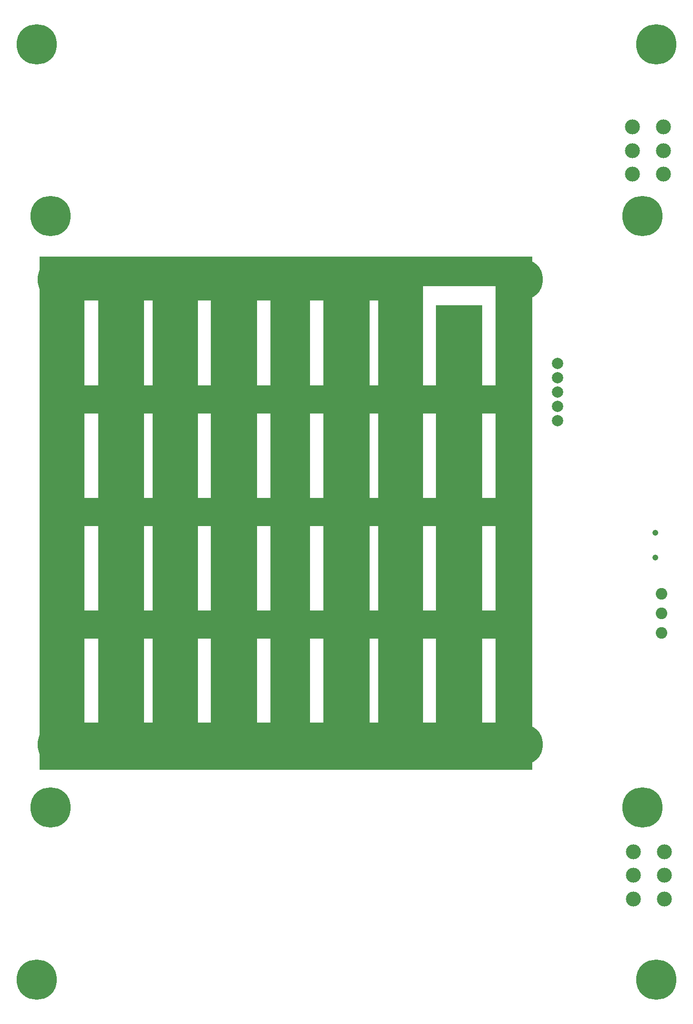
<source format=gbs>
%FSLAX44Y44*%
%MOMM*%
G71*
G01*
G75*
G04 Layer_Color=16711935*
%ADD10C,0.5000*%
G04:AMPARAMS|DCode=11|XSize=1mm|YSize=0.95mm|CornerRadius=0.1995mm|HoleSize=0mm|Usage=FLASHONLY|Rotation=180.000|XOffset=0mm|YOffset=0mm|HoleType=Round|Shape=RoundedRectangle|*
%AMROUNDEDRECTD11*
21,1,1.0000,0.5510,0,0,180.0*
21,1,0.6010,0.9500,0,0,180.0*
1,1,0.3990,-0.3005,0.2755*
1,1,0.3990,0.3005,0.2755*
1,1,0.3990,0.3005,-0.2755*
1,1,0.3990,-0.3005,-0.2755*
%
%ADD11ROUNDEDRECTD11*%
G04:AMPARAMS|DCode=12|XSize=1mm|YSize=0.95mm|CornerRadius=0.1995mm|HoleSize=0mm|Usage=FLASHONLY|Rotation=270.000|XOffset=0mm|YOffset=0mm|HoleType=Round|Shape=RoundedRectangle|*
%AMROUNDEDRECTD12*
21,1,1.0000,0.5510,0,0,270.0*
21,1,0.6010,0.9500,0,0,270.0*
1,1,0.3990,-0.2755,-0.3005*
1,1,0.3990,-0.2755,0.3005*
1,1,0.3990,0.2755,0.3005*
1,1,0.3990,0.2755,-0.3005*
%
%ADD12ROUNDEDRECTD12*%
G04:AMPARAMS|DCode=13|XSize=2.7mm|YSize=1.15mm|CornerRadius=0.2013mm|HoleSize=0mm|Usage=FLASHONLY|Rotation=270.000|XOffset=0mm|YOffset=0mm|HoleType=Round|Shape=RoundedRectangle|*
%AMROUNDEDRECTD13*
21,1,2.7000,0.7475,0,0,270.0*
21,1,2.2975,1.1500,0,0,270.0*
1,1,0.4025,-0.3738,-1.1487*
1,1,0.4025,-0.3738,1.1487*
1,1,0.4025,0.3738,1.1487*
1,1,0.4025,0.3738,-1.1487*
%
%ADD13ROUNDEDRECTD13*%
G04:AMPARAMS|DCode=14|XSize=1.45mm|YSize=1.15mm|CornerRadius=0.2013mm|HoleSize=0mm|Usage=FLASHONLY|Rotation=90.000|XOffset=0mm|YOffset=0mm|HoleType=Round|Shape=RoundedRectangle|*
%AMROUNDEDRECTD14*
21,1,1.4500,0.7475,0,0,90.0*
21,1,1.0475,1.1500,0,0,90.0*
1,1,0.4025,0.3738,0.5238*
1,1,0.4025,0.3738,-0.5238*
1,1,0.4025,-0.3738,-0.5238*
1,1,0.4025,-0.3738,0.5238*
%
%ADD14ROUNDEDRECTD14*%
G04:AMPARAMS|DCode=15|XSize=0.62mm|YSize=0.62mm|CornerRadius=0.1488mm|HoleSize=0mm|Usage=FLASHONLY|Rotation=180.000|XOffset=0mm|YOffset=0mm|HoleType=Round|Shape=RoundedRectangle|*
%AMROUNDEDRECTD15*
21,1,0.6200,0.3224,0,0,180.0*
21,1,0.3224,0.6200,0,0,180.0*
1,1,0.2976,-0.1612,0.1612*
1,1,0.2976,0.1612,0.1612*
1,1,0.2976,0.1612,-0.1612*
1,1,0.2976,-0.1612,-0.1612*
%
%ADD15ROUNDEDRECTD15*%
G04:AMPARAMS|DCode=16|XSize=2.7mm|YSize=1.15mm|CornerRadius=0.2013mm|HoleSize=0mm|Usage=FLASHONLY|Rotation=0.000|XOffset=0mm|YOffset=0mm|HoleType=Round|Shape=RoundedRectangle|*
%AMROUNDEDRECTD16*
21,1,2.7000,0.7475,0,0,0.0*
21,1,2.2975,1.1500,0,0,0.0*
1,1,0.4025,1.1487,-0.3738*
1,1,0.4025,-1.1487,-0.3738*
1,1,0.4025,-1.1487,0.3738*
1,1,0.4025,1.1487,0.3738*
%
%ADD16ROUNDEDRECTD16*%
G04:AMPARAMS|DCode=17|XSize=1.45mm|YSize=1.15mm|CornerRadius=0.2013mm|HoleSize=0mm|Usage=FLASHONLY|Rotation=0.000|XOffset=0mm|YOffset=0mm|HoleType=Round|Shape=RoundedRectangle|*
%AMROUNDEDRECTD17*
21,1,1.4500,0.7475,0,0,0.0*
21,1,1.0475,1.1500,0,0,0.0*
1,1,0.4025,0.5238,-0.3738*
1,1,0.4025,-0.5238,-0.3738*
1,1,0.4025,-0.5238,0.3738*
1,1,0.4025,0.5238,0.3738*
%
%ADD17ROUNDEDRECTD17*%
G04:AMPARAMS|DCode=18|XSize=1.2mm|YSize=1.2mm|CornerRadius=0.198mm|HoleSize=0mm|Usage=FLASHONLY|Rotation=180.000|XOffset=0mm|YOffset=0mm|HoleType=Round|Shape=RoundedRectangle|*
%AMROUNDEDRECTD18*
21,1,1.2000,0.8040,0,0,180.0*
21,1,0.8040,1.2000,0,0,180.0*
1,1,0.3960,-0.4020,0.4020*
1,1,0.3960,0.4020,0.4020*
1,1,0.3960,0.4020,-0.4020*
1,1,0.3960,-0.4020,-0.4020*
%
%ADD18ROUNDEDRECTD18*%
G04:AMPARAMS|DCode=19|XSize=1.45mm|YSize=0.5mm|CornerRadius=0.2mm|HoleSize=0mm|Usage=FLASHONLY|Rotation=270.000|XOffset=0mm|YOffset=0mm|HoleType=Round|Shape=RoundedRectangle|*
%AMROUNDEDRECTD19*
21,1,1.4500,0.1000,0,0,270.0*
21,1,1.0500,0.5000,0,0,270.0*
1,1,0.4000,-0.0500,-0.5250*
1,1,0.4000,-0.0500,0.5250*
1,1,0.4000,0.0500,0.5250*
1,1,0.4000,0.0500,-0.5250*
%
%ADD19ROUNDEDRECTD19*%
G04:AMPARAMS|DCode=20|XSize=2.5mm|YSize=1.7mm|CornerRadius=0.204mm|HoleSize=0mm|Usage=FLASHONLY|Rotation=0.000|XOffset=0mm|YOffset=0mm|HoleType=Round|Shape=RoundedRectangle|*
%AMROUNDEDRECTD20*
21,1,2.5000,1.2920,0,0,0.0*
21,1,2.0920,1.7000,0,0,0.0*
1,1,0.4080,1.0460,-0.6460*
1,1,0.4080,-1.0460,-0.6460*
1,1,0.4080,-1.0460,0.6460*
1,1,0.4080,1.0460,0.6460*
%
%ADD20ROUNDEDRECTD20*%
G04:AMPARAMS|DCode=21|XSize=0.65mm|YSize=0.5mm|CornerRadius=0.2mm|HoleSize=0mm|Usage=FLASHONLY|Rotation=180.000|XOffset=0mm|YOffset=0mm|HoleType=Round|Shape=RoundedRectangle|*
%AMROUNDEDRECTD21*
21,1,0.6500,0.1000,0,0,180.0*
21,1,0.2500,0.5000,0,0,180.0*
1,1,0.4000,-0.1250,0.0500*
1,1,0.4000,0.1250,0.0500*
1,1,0.4000,0.1250,-0.0500*
1,1,0.4000,-0.1250,-0.0500*
%
%ADD21ROUNDEDRECTD21*%
G04:AMPARAMS|DCode=22|XSize=3.3mm|YSize=2.5mm|CornerRadius=0.2mm|HoleSize=0mm|Usage=FLASHONLY|Rotation=270.000|XOffset=0mm|YOffset=0mm|HoleType=Round|Shape=RoundedRectangle|*
%AMROUNDEDRECTD22*
21,1,3.3000,2.1000,0,0,270.0*
21,1,2.9000,2.5000,0,0,270.0*
1,1,0.4000,-1.0500,-1.4500*
1,1,0.4000,-1.0500,1.4500*
1,1,0.4000,1.0500,1.4500*
1,1,0.4000,1.0500,-1.4500*
%
%ADD22ROUNDEDRECTD22*%
%ADD23C,1.0000*%
G04:AMPARAMS|DCode=24|XSize=2.5mm|YSize=2mm|CornerRadius=0.2mm|HoleSize=0mm|Usage=FLASHONLY|Rotation=180.000|XOffset=0mm|YOffset=0mm|HoleType=Round|Shape=RoundedRectangle|*
%AMROUNDEDRECTD24*
21,1,2.5000,1.6000,0,0,180.0*
21,1,2.1000,2.0000,0,0,180.0*
1,1,0.4000,-1.0500,0.8000*
1,1,0.4000,1.0500,0.8000*
1,1,0.4000,1.0500,-0.8000*
1,1,0.4000,-1.0500,-0.8000*
%
%ADD24ROUNDEDRECTD24*%
G04:AMPARAMS|DCode=25|XSize=2.3mm|YSize=0.5mm|CornerRadius=0.2mm|HoleSize=0mm|Usage=FLASHONLY|Rotation=180.000|XOffset=0mm|YOffset=0mm|HoleType=Round|Shape=RoundedRectangle|*
%AMROUNDEDRECTD25*
21,1,2.3000,0.1000,0,0,180.0*
21,1,1.9000,0.5000,0,0,180.0*
1,1,0.4000,-0.9500,0.0500*
1,1,0.4000,0.9500,0.0500*
1,1,0.4000,0.9500,-0.0500*
1,1,0.4000,-0.9500,-0.0500*
%
%ADD25ROUNDEDRECTD25*%
G04:AMPARAMS|DCode=26|XSize=5.1mm|YSize=4.35mm|CornerRadius=0.1958mm|HoleSize=0mm|Usage=FLASHONLY|Rotation=270.000|XOffset=0mm|YOffset=0mm|HoleType=Round|Shape=RoundedRectangle|*
%AMROUNDEDRECTD26*
21,1,5.1000,3.9585,0,0,270.0*
21,1,4.7085,4.3500,0,0,270.0*
1,1,0.3915,-1.9792,-2.3542*
1,1,0.3915,-1.9792,2.3542*
1,1,0.3915,1.9792,2.3542*
1,1,0.3915,1.9792,-2.3542*
%
%ADD26ROUNDEDRECTD26*%
%ADD27O,0.6000X1.4000*%
%ADD28O,1.4000X0.6000*%
G04:AMPARAMS|DCode=29|XSize=1.05mm|YSize=0.65mm|CornerRadius=0.2015mm|HoleSize=0mm|Usage=FLASHONLY|Rotation=270.000|XOffset=0mm|YOffset=0mm|HoleType=Round|Shape=RoundedRectangle|*
%AMROUNDEDRECTD29*
21,1,1.0500,0.2470,0,0,270.0*
21,1,0.6470,0.6500,0,0,270.0*
1,1,0.4030,-0.1235,-0.3235*
1,1,0.4030,-0.1235,0.3235*
1,1,0.4030,0.1235,0.3235*
1,1,0.4030,0.1235,-0.3235*
%
%ADD29ROUNDEDRECTD29*%
G04:AMPARAMS|DCode=30|XSize=1mm|YSize=0.9mm|CornerRadius=0.198mm|HoleSize=0mm|Usage=FLASHONLY|Rotation=270.000|XOffset=0mm|YOffset=0mm|HoleType=Round|Shape=RoundedRectangle|*
%AMROUNDEDRECTD30*
21,1,1.0000,0.5040,0,0,270.0*
21,1,0.6040,0.9000,0,0,270.0*
1,1,0.3960,-0.2520,-0.3020*
1,1,0.3960,-0.2520,0.3020*
1,1,0.3960,0.2520,0.3020*
1,1,0.3960,0.2520,-0.3020*
%
%ADD30ROUNDEDRECTD30*%
G04:AMPARAMS|DCode=31|XSize=1mm|YSize=0.9mm|CornerRadius=0.198mm|HoleSize=0mm|Usage=FLASHONLY|Rotation=180.000|XOffset=0mm|YOffset=0mm|HoleType=Round|Shape=RoundedRectangle|*
%AMROUNDEDRECTD31*
21,1,1.0000,0.5040,0,0,180.0*
21,1,0.6040,0.9000,0,0,180.0*
1,1,0.3960,-0.3020,0.2520*
1,1,0.3960,0.3020,0.2520*
1,1,0.3960,0.3020,-0.2520*
1,1,0.3960,-0.3020,-0.2520*
%
%ADD31ROUNDEDRECTD31*%
G04:AMPARAMS|DCode=32|XSize=1.75mm|YSize=1.05mm|CornerRadius=0.1995mm|HoleSize=0mm|Usage=FLASHONLY|Rotation=270.000|XOffset=0mm|YOffset=0mm|HoleType=Round|Shape=RoundedRectangle|*
%AMROUNDEDRECTD32*
21,1,1.7500,0.6510,0,0,270.0*
21,1,1.3510,1.0500,0,0,270.0*
1,1,0.3990,-0.3255,-0.6755*
1,1,0.3990,-0.3255,0.6755*
1,1,0.3990,0.3255,0.6755*
1,1,0.3990,0.3255,-0.6755*
%
%ADD32ROUNDEDRECTD32*%
G04:AMPARAMS|DCode=33|XSize=1.75mm|YSize=1.05mm|CornerRadius=0.1995mm|HoleSize=0mm|Usage=FLASHONLY|Rotation=180.000|XOffset=0mm|YOffset=0mm|HoleType=Round|Shape=RoundedRectangle|*
%AMROUNDEDRECTD33*
21,1,1.7500,0.6510,0,0,180.0*
21,1,1.3510,1.0500,0,0,180.0*
1,1,0.3990,-0.6755,0.3255*
1,1,0.3990,0.6755,0.3255*
1,1,0.3990,0.6755,-0.3255*
1,1,0.3990,-0.6755,-0.3255*
%
%ADD33ROUNDEDRECTD33*%
G04:AMPARAMS|DCode=34|XSize=1.1mm|YSize=0.55mm|CornerRadius=0.2008mm|HoleSize=0mm|Usage=FLASHONLY|Rotation=180.000|XOffset=0mm|YOffset=0mm|HoleType=Round|Shape=RoundedRectangle|*
%AMROUNDEDRECTD34*
21,1,1.1000,0.1485,0,0,180.0*
21,1,0.6985,0.5500,0,0,180.0*
1,1,0.4015,-0.3493,0.0743*
1,1,0.4015,0.3493,0.0743*
1,1,0.4015,0.3493,-0.0743*
1,1,0.4015,-0.3493,-0.0743*
%
%ADD34ROUNDEDRECTD34*%
%ADD35O,0.6000X1.5500*%
G04:AMPARAMS|DCode=36|XSize=9.1mm|YSize=8.65mm|CornerRadius=0.2163mm|HoleSize=0mm|Usage=FLASHONLY|Rotation=0.000|XOffset=0mm|YOffset=0mm|HoleType=Round|Shape=RoundedRectangle|*
%AMROUNDEDRECTD36*
21,1,9.1000,8.2175,0,0,0.0*
21,1,8.6675,8.6500,0,0,0.0*
1,1,0.4325,4.3338,-4.1087*
1,1,0.4325,-4.3338,-4.1087*
1,1,0.4325,-4.3338,4.1087*
1,1,0.4325,4.3338,4.1087*
%
%ADD36ROUNDEDRECTD36*%
G04:AMPARAMS|DCode=37|XSize=3.75mm|YSize=1.05mm|CornerRadius=0.1995mm|HoleSize=0mm|Usage=FLASHONLY|Rotation=270.000|XOffset=0mm|YOffset=0mm|HoleType=Round|Shape=RoundedRectangle|*
%AMROUNDEDRECTD37*
21,1,3.7500,0.6510,0,0,270.0*
21,1,3.3510,1.0500,0,0,270.0*
1,1,0.3990,-0.3255,-1.6755*
1,1,0.3990,-0.3255,1.6755*
1,1,0.3990,0.3255,1.6755*
1,1,0.3990,0.3255,-1.6755*
%
%ADD37ROUNDEDRECTD37*%
G04:AMPARAMS|DCode=38|XSize=6.45mm|YSize=6mm|CornerRadius=0.21mm|HoleSize=0mm|Usage=FLASHONLY|Rotation=270.000|XOffset=0mm|YOffset=0mm|HoleType=Round|Shape=RoundedRectangle|*
%AMROUNDEDRECTD38*
21,1,6.4500,5.5800,0,0,270.0*
21,1,6.0300,6.0000,0,0,270.0*
1,1,0.4200,-2.7900,-3.0150*
1,1,0.4200,-2.7900,3.0150*
1,1,0.4200,2.7900,3.0150*
1,1,0.4200,2.7900,-3.0150*
%
%ADD38ROUNDEDRECTD38*%
G04:AMPARAMS|DCode=39|XSize=2.85mm|YSize=1mm|CornerRadius=0.2mm|HoleSize=0mm|Usage=FLASHONLY|Rotation=270.000|XOffset=0mm|YOffset=0mm|HoleType=Round|Shape=RoundedRectangle|*
%AMROUNDEDRECTD39*
21,1,2.8500,0.6000,0,0,270.0*
21,1,2.4500,1.0000,0,0,270.0*
1,1,0.4000,-0.3000,-1.2250*
1,1,0.4000,-0.3000,1.2250*
1,1,0.4000,0.3000,1.2250*
1,1,0.4000,0.3000,-1.2250*
%
%ADD39ROUNDEDRECTD39*%
%ADD40O,1.5500X0.6000*%
%ADD41O,0.3000X1.5000*%
%ADD42O,1.5000X0.3000*%
%ADD43O,0.8500X0.2500*%
%ADD44C,0.2000*%
%ADD45R,0.2000X0.5500*%
G04:AMPARAMS|DCode=46|XSize=4.9mm|YSize=1.6mm|CornerRadius=0.2mm|HoleSize=0mm|Usage=FLASHONLY|Rotation=0.000|XOffset=0mm|YOffset=0mm|HoleType=Round|Shape=RoundedRectangle|*
%AMROUNDEDRECTD46*
21,1,4.9000,1.2000,0,0,0.0*
21,1,4.5000,1.6000,0,0,0.0*
1,1,0.4000,2.2500,-0.6000*
1,1,0.4000,-2.2500,-0.6000*
1,1,0.4000,-2.2500,0.6000*
1,1,0.4000,2.2500,0.6000*
%
%ADD46ROUNDEDRECTD46*%
G04:AMPARAMS|DCode=47|XSize=1.75mm|YSize=1.4mm|CornerRadius=0.203mm|HoleSize=0mm|Usage=FLASHONLY|Rotation=90.000|XOffset=0mm|YOffset=0mm|HoleType=Round|Shape=RoundedRectangle|*
%AMROUNDEDRECTD47*
21,1,1.7500,0.9940,0,0,90.0*
21,1,1.3440,1.4000,0,0,90.0*
1,1,0.4060,0.4970,0.6720*
1,1,0.4060,0.4970,-0.6720*
1,1,0.4060,-0.4970,-0.6720*
1,1,0.4060,-0.4970,0.6720*
%
%ADD47ROUNDEDRECTD47*%
G04:AMPARAMS|DCode=48|XSize=1.4mm|YSize=1.2mm|CornerRadius=0.198mm|HoleSize=0mm|Usage=FLASHONLY|Rotation=90.000|XOffset=0mm|YOffset=0mm|HoleType=Round|Shape=RoundedRectangle|*
%AMROUNDEDRECTD48*
21,1,1.4000,0.8040,0,0,90.0*
21,1,1.0040,1.2000,0,0,90.0*
1,1,0.3960,0.4020,0.5020*
1,1,0.3960,0.4020,-0.5020*
1,1,0.3960,-0.4020,-0.5020*
1,1,0.3960,-0.4020,0.5020*
%
%ADD48ROUNDEDRECTD48*%
G04:AMPARAMS|DCode=49|XSize=1.15mm|YSize=1.05mm|CornerRadius=0.1995mm|HoleSize=0mm|Usage=FLASHONLY|Rotation=90.000|XOffset=0mm|YOffset=0mm|HoleType=Round|Shape=RoundedRectangle|*
%AMROUNDEDRECTD49*
21,1,1.1500,0.6510,0,0,90.0*
21,1,0.7510,1.0500,0,0,90.0*
1,1,0.3990,0.3255,0.3755*
1,1,0.3990,0.3255,-0.3755*
1,1,0.3990,-0.3255,-0.3755*
1,1,0.3990,-0.3255,0.3755*
%
%ADD49ROUNDEDRECTD49*%
%ADD50O,0.3000X0.8000*%
%ADD51O,0.8000X0.3000*%
%ADD52R,0.3500X0.3500*%
%ADD53C,0.2500*%
%ADD54C,0.5000*%
%ADD55C,0.4000*%
%ADD56C,0.3000*%
%ADD57C,1.0000*%
%ADD58C,2.0000*%
%ADD59C,0.2000*%
%ADD60C,2.5000*%
%ADD61C,1.8500*%
%ADD62C,1.9000*%
%ADD63C,7.0000*%
%ADD64C,0.6000*%
%ADD65C,5.0000*%
%ADD66C,0.1500*%
%ADD67C,0.0375*%
%ADD68C,0.0425*%
%ADD69C,0.0250*%
%ADD70C,0.0000*%
%ADD71C,0.6500*%
G04:AMPARAMS|DCode=72|XSize=1.15mm|YSize=1.1mm|CornerRadius=0.2745mm|HoleSize=0mm|Usage=FLASHONLY|Rotation=180.000|XOffset=0mm|YOffset=0mm|HoleType=Round|Shape=RoundedRectangle|*
%AMROUNDEDRECTD72*
21,1,1.1500,0.5510,0,0,180.0*
21,1,0.6010,1.1000,0,0,180.0*
1,1,0.5490,-0.3005,0.2755*
1,1,0.5490,0.3005,0.2755*
1,1,0.5490,0.3005,-0.2755*
1,1,0.5490,-0.3005,-0.2755*
%
%ADD72ROUNDEDRECTD72*%
G04:AMPARAMS|DCode=73|XSize=1.15mm|YSize=1.1mm|CornerRadius=0.2745mm|HoleSize=0mm|Usage=FLASHONLY|Rotation=270.000|XOffset=0mm|YOffset=0mm|HoleType=Round|Shape=RoundedRectangle|*
%AMROUNDEDRECTD73*
21,1,1.1500,0.5510,0,0,270.0*
21,1,0.6010,1.1000,0,0,270.0*
1,1,0.5490,-0.2755,-0.3005*
1,1,0.5490,-0.2755,0.3005*
1,1,0.5490,0.2755,0.3005*
1,1,0.5490,0.2755,-0.3005*
%
%ADD73ROUNDEDRECTD73*%
G04:AMPARAMS|DCode=74|XSize=2.85mm|YSize=1.3mm|CornerRadius=0.2763mm|HoleSize=0mm|Usage=FLASHONLY|Rotation=270.000|XOffset=0mm|YOffset=0mm|HoleType=Round|Shape=RoundedRectangle|*
%AMROUNDEDRECTD74*
21,1,2.8500,0.7475,0,0,270.0*
21,1,2.2975,1.3000,0,0,270.0*
1,1,0.5525,-0.3738,-1.1487*
1,1,0.5525,-0.3738,1.1487*
1,1,0.5525,0.3738,1.1487*
1,1,0.5525,0.3738,-1.1487*
%
%ADD74ROUNDEDRECTD74*%
G04:AMPARAMS|DCode=75|XSize=1.6mm|YSize=1.3mm|CornerRadius=0.2763mm|HoleSize=0mm|Usage=FLASHONLY|Rotation=90.000|XOffset=0mm|YOffset=0mm|HoleType=Round|Shape=RoundedRectangle|*
%AMROUNDEDRECTD75*
21,1,1.6000,0.7475,0,0,90.0*
21,1,1.0475,1.3000,0,0,90.0*
1,1,0.5525,0.3738,0.5238*
1,1,0.5525,0.3738,-0.5238*
1,1,0.5525,-0.3738,-0.5238*
1,1,0.5525,-0.3738,0.5238*
%
%ADD75ROUNDEDRECTD75*%
G04:AMPARAMS|DCode=76|XSize=0.77mm|YSize=0.77mm|CornerRadius=0.2238mm|HoleSize=0mm|Usage=FLASHONLY|Rotation=180.000|XOffset=0mm|YOffset=0mm|HoleType=Round|Shape=RoundedRectangle|*
%AMROUNDEDRECTD76*
21,1,0.7700,0.3224,0,0,180.0*
21,1,0.3224,0.7700,0,0,180.0*
1,1,0.4476,-0.1612,0.1612*
1,1,0.4476,0.1612,0.1612*
1,1,0.4476,0.1612,-0.1612*
1,1,0.4476,-0.1612,-0.1612*
%
%ADD76ROUNDEDRECTD76*%
G04:AMPARAMS|DCode=77|XSize=2.85mm|YSize=1.3mm|CornerRadius=0.2763mm|HoleSize=0mm|Usage=FLASHONLY|Rotation=0.000|XOffset=0mm|YOffset=0mm|HoleType=Round|Shape=RoundedRectangle|*
%AMROUNDEDRECTD77*
21,1,2.8500,0.7475,0,0,0.0*
21,1,2.2975,1.3000,0,0,0.0*
1,1,0.5525,1.1487,-0.3738*
1,1,0.5525,-1.1487,-0.3738*
1,1,0.5525,-1.1487,0.3738*
1,1,0.5525,1.1487,0.3738*
%
%ADD77ROUNDEDRECTD77*%
G04:AMPARAMS|DCode=78|XSize=1.6mm|YSize=1.3mm|CornerRadius=0.2763mm|HoleSize=0mm|Usage=FLASHONLY|Rotation=0.000|XOffset=0mm|YOffset=0mm|HoleType=Round|Shape=RoundedRectangle|*
%AMROUNDEDRECTD78*
21,1,1.6000,0.7475,0,0,0.0*
21,1,1.0475,1.3000,0,0,0.0*
1,1,0.5525,0.5238,-0.3738*
1,1,0.5525,-0.5238,-0.3738*
1,1,0.5525,-0.5238,0.3738*
1,1,0.5525,0.5238,0.3738*
%
%ADD78ROUNDEDRECTD78*%
G04:AMPARAMS|DCode=79|XSize=1.35mm|YSize=1.35mm|CornerRadius=0.273mm|HoleSize=0mm|Usage=FLASHONLY|Rotation=180.000|XOffset=0mm|YOffset=0mm|HoleType=Round|Shape=RoundedRectangle|*
%AMROUNDEDRECTD79*
21,1,1.3500,0.8040,0,0,180.0*
21,1,0.8040,1.3500,0,0,180.0*
1,1,0.5460,-0.4020,0.4020*
1,1,0.5460,0.4020,0.4020*
1,1,0.5460,0.4020,-0.4020*
1,1,0.5460,-0.4020,-0.4020*
%
%ADD79ROUNDEDRECTD79*%
G04:AMPARAMS|DCode=80|XSize=1.6mm|YSize=0.65mm|CornerRadius=0.275mm|HoleSize=0mm|Usage=FLASHONLY|Rotation=270.000|XOffset=0mm|YOffset=0mm|HoleType=Round|Shape=RoundedRectangle|*
%AMROUNDEDRECTD80*
21,1,1.6000,0.1000,0,0,270.0*
21,1,1.0500,0.6500,0,0,270.0*
1,1,0.5500,-0.0500,-0.5250*
1,1,0.5500,-0.0500,0.5250*
1,1,0.5500,0.0500,0.5250*
1,1,0.5500,0.0500,-0.5250*
%
%ADD80ROUNDEDRECTD80*%
G04:AMPARAMS|DCode=81|XSize=2.65mm|YSize=1.85mm|CornerRadius=0.279mm|HoleSize=0mm|Usage=FLASHONLY|Rotation=0.000|XOffset=0mm|YOffset=0mm|HoleType=Round|Shape=RoundedRectangle|*
%AMROUNDEDRECTD81*
21,1,2.6500,1.2920,0,0,0.0*
21,1,2.0920,1.8500,0,0,0.0*
1,1,0.5580,1.0460,-0.6460*
1,1,0.5580,-1.0460,-0.6460*
1,1,0.5580,-1.0460,0.6460*
1,1,0.5580,1.0460,0.6460*
%
%ADD81ROUNDEDRECTD81*%
G04:AMPARAMS|DCode=82|XSize=0.8mm|YSize=0.65mm|CornerRadius=0.275mm|HoleSize=0mm|Usage=FLASHONLY|Rotation=180.000|XOffset=0mm|YOffset=0mm|HoleType=Round|Shape=RoundedRectangle|*
%AMROUNDEDRECTD82*
21,1,0.8000,0.1000,0,0,180.0*
21,1,0.2500,0.6500,0,0,180.0*
1,1,0.5500,-0.1250,0.0500*
1,1,0.5500,0.1250,0.0500*
1,1,0.5500,0.1250,-0.0500*
1,1,0.5500,-0.1250,-0.0500*
%
%ADD82ROUNDEDRECTD82*%
G04:AMPARAMS|DCode=83|XSize=3.45mm|YSize=2.65mm|CornerRadius=0.275mm|HoleSize=0mm|Usage=FLASHONLY|Rotation=270.000|XOffset=0mm|YOffset=0mm|HoleType=Round|Shape=RoundedRectangle|*
%AMROUNDEDRECTD83*
21,1,3.4500,2.1000,0,0,270.0*
21,1,2.9000,2.6500,0,0,270.0*
1,1,0.5500,-1.0500,-1.4500*
1,1,0.5500,-1.0500,1.4500*
1,1,0.5500,1.0500,1.4500*
1,1,0.5500,1.0500,-1.4500*
%
%ADD83ROUNDEDRECTD83*%
%ADD84C,2.0000*%
G04:AMPARAMS|DCode=85|XSize=2.65mm|YSize=2.15mm|CornerRadius=0.275mm|HoleSize=0mm|Usage=FLASHONLY|Rotation=180.000|XOffset=0mm|YOffset=0mm|HoleType=Round|Shape=RoundedRectangle|*
%AMROUNDEDRECTD85*
21,1,2.6500,1.6000,0,0,180.0*
21,1,2.1000,2.1500,0,0,180.0*
1,1,0.5500,-1.0500,0.8000*
1,1,0.5500,1.0500,0.8000*
1,1,0.5500,1.0500,-0.8000*
1,1,0.5500,-1.0500,-0.8000*
%
%ADD85ROUNDEDRECTD85*%
G04:AMPARAMS|DCode=86|XSize=2.45mm|YSize=0.65mm|CornerRadius=0.275mm|HoleSize=0mm|Usage=FLASHONLY|Rotation=180.000|XOffset=0mm|YOffset=0mm|HoleType=Round|Shape=RoundedRectangle|*
%AMROUNDEDRECTD86*
21,1,2.4500,0.1000,0,0,180.0*
21,1,1.9000,0.6500,0,0,180.0*
1,1,0.5500,-0.9500,0.0500*
1,1,0.5500,0.9500,0.0500*
1,1,0.5500,0.9500,-0.0500*
1,1,0.5500,-0.9500,-0.0500*
%
%ADD86ROUNDEDRECTD86*%
G04:AMPARAMS|DCode=87|XSize=5.25mm|YSize=4.5mm|CornerRadius=0.2707mm|HoleSize=0mm|Usage=FLASHONLY|Rotation=270.000|XOffset=0mm|YOffset=0mm|HoleType=Round|Shape=RoundedRectangle|*
%AMROUNDEDRECTD87*
21,1,5.2500,3.9585,0,0,270.0*
21,1,4.7085,4.5000,0,0,270.0*
1,1,0.5415,-1.9792,-2.3542*
1,1,0.5415,-1.9792,2.3542*
1,1,0.5415,1.9792,2.3542*
1,1,0.5415,1.9792,-2.3542*
%
%ADD87ROUNDEDRECTD87*%
%ADD88O,0.7500X1.5500*%
%ADD89O,1.5500X0.7500*%
G04:AMPARAMS|DCode=90|XSize=1.2mm|YSize=0.8mm|CornerRadius=0.2765mm|HoleSize=0mm|Usage=FLASHONLY|Rotation=270.000|XOffset=0mm|YOffset=0mm|HoleType=Round|Shape=RoundedRectangle|*
%AMROUNDEDRECTD90*
21,1,1.2000,0.2470,0,0,270.0*
21,1,0.6470,0.8000,0,0,270.0*
1,1,0.5530,-0.1235,-0.3235*
1,1,0.5530,-0.1235,0.3235*
1,1,0.5530,0.1235,0.3235*
1,1,0.5530,0.1235,-0.3235*
%
%ADD90ROUNDEDRECTD90*%
G04:AMPARAMS|DCode=91|XSize=1.15mm|YSize=1.05mm|CornerRadius=0.273mm|HoleSize=0mm|Usage=FLASHONLY|Rotation=270.000|XOffset=0mm|YOffset=0mm|HoleType=Round|Shape=RoundedRectangle|*
%AMROUNDEDRECTD91*
21,1,1.1500,0.5040,0,0,270.0*
21,1,0.6040,1.0500,0,0,270.0*
1,1,0.5460,-0.2520,-0.3020*
1,1,0.5460,-0.2520,0.3020*
1,1,0.5460,0.2520,0.3020*
1,1,0.5460,0.2520,-0.3020*
%
%ADD91ROUNDEDRECTD91*%
G04:AMPARAMS|DCode=92|XSize=1.15mm|YSize=1.05mm|CornerRadius=0.273mm|HoleSize=0mm|Usage=FLASHONLY|Rotation=180.000|XOffset=0mm|YOffset=0mm|HoleType=Round|Shape=RoundedRectangle|*
%AMROUNDEDRECTD92*
21,1,1.1500,0.5040,0,0,180.0*
21,1,0.6040,1.0500,0,0,180.0*
1,1,0.5460,-0.3020,0.2520*
1,1,0.5460,0.3020,0.2520*
1,1,0.5460,0.3020,-0.2520*
1,1,0.5460,-0.3020,-0.2520*
%
%ADD92ROUNDEDRECTD92*%
G04:AMPARAMS|DCode=93|XSize=1.9mm|YSize=1.2mm|CornerRadius=0.2745mm|HoleSize=0mm|Usage=FLASHONLY|Rotation=270.000|XOffset=0mm|YOffset=0mm|HoleType=Round|Shape=RoundedRectangle|*
%AMROUNDEDRECTD93*
21,1,1.9000,0.6510,0,0,270.0*
21,1,1.3510,1.2000,0,0,270.0*
1,1,0.5490,-0.3255,-0.6755*
1,1,0.5490,-0.3255,0.6755*
1,1,0.5490,0.3255,0.6755*
1,1,0.5490,0.3255,-0.6755*
%
%ADD93ROUNDEDRECTD93*%
G04:AMPARAMS|DCode=94|XSize=1.9mm|YSize=1.2mm|CornerRadius=0.2745mm|HoleSize=0mm|Usage=FLASHONLY|Rotation=180.000|XOffset=0mm|YOffset=0mm|HoleType=Round|Shape=RoundedRectangle|*
%AMROUNDEDRECTD94*
21,1,1.9000,0.6510,0,0,180.0*
21,1,1.3510,1.2000,0,0,180.0*
1,1,0.5490,-0.6755,0.3255*
1,1,0.5490,0.6755,0.3255*
1,1,0.5490,0.6755,-0.3255*
1,1,0.5490,-0.6755,-0.3255*
%
%ADD94ROUNDEDRECTD94*%
G04:AMPARAMS|DCode=95|XSize=1.25mm|YSize=0.7mm|CornerRadius=0.2758mm|HoleSize=0mm|Usage=FLASHONLY|Rotation=180.000|XOffset=0mm|YOffset=0mm|HoleType=Round|Shape=RoundedRectangle|*
%AMROUNDEDRECTD95*
21,1,1.2500,0.1485,0,0,180.0*
21,1,0.6985,0.7000,0,0,180.0*
1,1,0.5515,-0.3493,0.0743*
1,1,0.5515,0.3493,0.0743*
1,1,0.5515,0.3493,-0.0743*
1,1,0.5515,-0.3493,-0.0743*
%
%ADD95ROUNDEDRECTD95*%
%ADD96O,0.7500X1.7000*%
G04:AMPARAMS|DCode=97|XSize=9.25mm|YSize=8.8mm|CornerRadius=0.2913mm|HoleSize=0mm|Usage=FLASHONLY|Rotation=0.000|XOffset=0mm|YOffset=0mm|HoleType=Round|Shape=RoundedRectangle|*
%AMROUNDEDRECTD97*
21,1,9.2500,8.2175,0,0,0.0*
21,1,8.6675,8.8000,0,0,0.0*
1,1,0.5825,4.3338,-4.1087*
1,1,0.5825,-4.3338,-4.1087*
1,1,0.5825,-4.3338,4.1087*
1,1,0.5825,4.3338,4.1087*
%
%ADD97ROUNDEDRECTD97*%
G04:AMPARAMS|DCode=98|XSize=3.9mm|YSize=1.2mm|CornerRadius=0.2745mm|HoleSize=0mm|Usage=FLASHONLY|Rotation=270.000|XOffset=0mm|YOffset=0mm|HoleType=Round|Shape=RoundedRectangle|*
%AMROUNDEDRECTD98*
21,1,3.9000,0.6510,0,0,270.0*
21,1,3.3510,1.2000,0,0,270.0*
1,1,0.5490,-0.3255,-1.6755*
1,1,0.5490,-0.3255,1.6755*
1,1,0.5490,0.3255,1.6755*
1,1,0.5490,0.3255,-1.6755*
%
%ADD98ROUNDEDRECTD98*%
G04:AMPARAMS|DCode=99|XSize=6.6mm|YSize=6.15mm|CornerRadius=0.285mm|HoleSize=0mm|Usage=FLASHONLY|Rotation=270.000|XOffset=0mm|YOffset=0mm|HoleType=Round|Shape=RoundedRectangle|*
%AMROUNDEDRECTD99*
21,1,6.6000,5.5800,0,0,270.0*
21,1,6.0300,6.1500,0,0,270.0*
1,1,0.5700,-2.7900,-3.0150*
1,1,0.5700,-2.7900,3.0150*
1,1,0.5700,2.7900,3.0150*
1,1,0.5700,2.7900,-3.0150*
%
%ADD99ROUNDEDRECTD99*%
G04:AMPARAMS|DCode=100|XSize=3mm|YSize=1.15mm|CornerRadius=0.275mm|HoleSize=0mm|Usage=FLASHONLY|Rotation=270.000|XOffset=0mm|YOffset=0mm|HoleType=Round|Shape=RoundedRectangle|*
%AMROUNDEDRECTD100*
21,1,3.0000,0.6000,0,0,270.0*
21,1,2.4500,1.1500,0,0,270.0*
1,1,0.5500,-0.3000,-1.2250*
1,1,0.5500,-0.3000,1.2250*
1,1,0.5500,0.3000,1.2250*
1,1,0.5500,0.3000,-1.2250*
%
%ADD100ROUNDEDRECTD100*%
%ADD101O,1.7000X0.7500*%
%ADD102O,0.4000X1.6000*%
%ADD103O,1.6000X0.4000*%
%ADD104O,0.9500X0.3500*%
%ADD105C,0.4032*%
%ADD106R,0.3000X0.6500*%
G04:AMPARAMS|DCode=107|XSize=5.05mm|YSize=1.75mm|CornerRadius=0.275mm|HoleSize=0mm|Usage=FLASHONLY|Rotation=0.000|XOffset=0mm|YOffset=0mm|HoleType=Round|Shape=RoundedRectangle|*
%AMROUNDEDRECTD107*
21,1,5.0500,1.2000,0,0,0.0*
21,1,4.5000,1.7500,0,0,0.0*
1,1,0.5500,2.2500,-0.6000*
1,1,0.5500,-2.2500,-0.6000*
1,1,0.5500,-2.2500,0.6000*
1,1,0.5500,2.2500,0.6000*
%
%ADD107ROUNDEDRECTD107*%
G04:AMPARAMS|DCode=108|XSize=1.9mm|YSize=1.55mm|CornerRadius=0.278mm|HoleSize=0mm|Usage=FLASHONLY|Rotation=90.000|XOffset=0mm|YOffset=0mm|HoleType=Round|Shape=RoundedRectangle|*
%AMROUNDEDRECTD108*
21,1,1.9000,0.9940,0,0,90.0*
21,1,1.3440,1.5500,0,0,90.0*
1,1,0.5560,0.4970,0.6720*
1,1,0.5560,0.4970,-0.6720*
1,1,0.5560,-0.4970,-0.6720*
1,1,0.5560,-0.4970,0.6720*
%
%ADD108ROUNDEDRECTD108*%
G04:AMPARAMS|DCode=109|XSize=1.55mm|YSize=1.35mm|CornerRadius=0.273mm|HoleSize=0mm|Usage=FLASHONLY|Rotation=90.000|XOffset=0mm|YOffset=0mm|HoleType=Round|Shape=RoundedRectangle|*
%AMROUNDEDRECTD109*
21,1,1.5500,0.8040,0,0,90.0*
21,1,1.0040,1.3500,0,0,90.0*
1,1,0.5460,0.4020,0.5020*
1,1,0.5460,0.4020,-0.5020*
1,1,0.5460,-0.4020,-0.5020*
1,1,0.5460,-0.4020,0.5020*
%
%ADD109ROUNDEDRECTD109*%
G04:AMPARAMS|DCode=110|XSize=1.3mm|YSize=1.2mm|CornerRadius=0.2745mm|HoleSize=0mm|Usage=FLASHONLY|Rotation=90.000|XOffset=0mm|YOffset=0mm|HoleType=Round|Shape=RoundedRectangle|*
%AMROUNDEDRECTD110*
21,1,1.3000,0.6510,0,0,90.0*
21,1,0.7510,1.2000,0,0,90.0*
1,1,0.5490,0.3255,0.3755*
1,1,0.5490,0.3255,-0.3755*
1,1,0.5490,-0.3255,-0.3755*
1,1,0.5490,-0.3255,0.3755*
%
%ADD110ROUNDEDRECTD110*%
%ADD111O,0.4000X0.9000*%
%ADD112O,0.9000X0.4000*%
%ADD113R,0.5532X0.5532*%
%ADD114C,2.6500*%
%ADD115C,2.0000*%
%ADD116C,1.0500*%
%ADD117C,2.0500*%
%ADD118C,7.1500*%
G36*
X930000Y1281000D02*
Y429000D01*
Y422000D01*
X55000D01*
Y429000D01*
Y1255000D01*
Y1333000D01*
X930000D01*
Y1281000D01*
D02*
G37*
%LPC*%
G36*
X359000Y855000D02*
X336000D01*
Y705000D01*
X359000D01*
Y855000D01*
D02*
G37*
G36*
X256000D02*
X241000D01*
Y705000D01*
X256000D01*
Y855000D01*
D02*
G37*
G36*
X159000D02*
X135000D01*
Y705000D01*
X159000D01*
Y855000D01*
D02*
G37*
G36*
X465000D02*
X441000D01*
Y705000D01*
X465000D01*
Y855000D01*
D02*
G37*
G36*
X759000D02*
X736000D01*
Y705000D01*
X759000D01*
Y855000D01*
D02*
G37*
G36*
X656000D02*
X641000D01*
Y705000D01*
X656000D01*
Y855000D01*
D02*
G37*
G36*
X559000D02*
X535000D01*
Y705000D01*
X559000D01*
Y855000D01*
D02*
G37*
G36*
X865000Y655000D02*
X841000D01*
Y506000D01*
X865000D01*
Y655000D01*
D02*
G37*
G36*
X359000D02*
X336000D01*
Y506000D01*
X359000D01*
Y655000D01*
D02*
G37*
G36*
X256000D02*
X241000D01*
Y506000D01*
X256000D01*
Y655000D01*
D02*
G37*
G36*
X159000D02*
X135000D01*
Y506000D01*
X159000D01*
Y655000D01*
D02*
G37*
G36*
X465000D02*
X441000D01*
Y506000D01*
X465000D01*
Y655000D01*
D02*
G37*
G36*
X759000D02*
X736000D01*
Y506000D01*
X759000D01*
Y655000D01*
D02*
G37*
G36*
X656000D02*
X641000D01*
Y506000D01*
X656000D01*
Y655000D01*
D02*
G37*
G36*
X559000D02*
X535000D01*
Y506000D01*
X559000D01*
Y655000D01*
D02*
G37*
G36*
X256000Y1255000D02*
X241000D01*
Y1105000D01*
X256000D01*
Y1255000D01*
D02*
G37*
G36*
X359000D02*
X336000D01*
Y1105000D01*
X359000D01*
Y1255000D01*
D02*
G37*
G36*
X865000Y1055000D02*
X841000D01*
Y905000D01*
X865000D01*
Y1055000D01*
D02*
G37*
G36*
X159000Y1255000D02*
X135000D01*
Y1105000D01*
X159000D01*
Y1255000D01*
D02*
G37*
G36*
X656000D02*
X641000D01*
Y1105000D01*
X656000D01*
Y1255000D01*
D02*
G37*
G36*
X865000Y1281000D02*
X736000D01*
Y1255000D01*
Y1105000D01*
X759000D01*
Y1247000D01*
X841000D01*
Y1105000D01*
X865000D01*
Y1281000D01*
D02*
G37*
G36*
X465000Y1255000D02*
X441000D01*
Y1105000D01*
X465000D01*
Y1255000D01*
D02*
G37*
G36*
X559000D02*
X535000D01*
Y1105000D01*
X559000D01*
Y1255000D01*
D02*
G37*
G36*
X256000Y1055000D02*
X241000D01*
Y905000D01*
X256000D01*
Y1055000D01*
D02*
G37*
G36*
X359000D02*
X336000D01*
Y905000D01*
X359000D01*
Y1055000D01*
D02*
G37*
G36*
X865000Y855000D02*
X841000D01*
Y705000D01*
X865000D01*
Y855000D01*
D02*
G37*
G36*
X159000Y1055000D02*
X135000D01*
Y905000D01*
X159000D01*
Y1055000D01*
D02*
G37*
G36*
X656000D02*
X641000D01*
Y905000D01*
X656000D01*
Y1055000D01*
D02*
G37*
G36*
X759000D02*
X736000D01*
Y905000D01*
X759000D01*
Y1055000D01*
D02*
G37*
G36*
X465000D02*
X441000D01*
Y905000D01*
X465000D01*
Y1055000D01*
D02*
G37*
G36*
X559000D02*
X535000D01*
Y905000D01*
X559000D01*
Y1055000D01*
D02*
G37*
%LPD*%
D114*
X1164150Y276950D02*
D03*
Y234950D02*
D03*
Y192950D02*
D03*
X1109150Y276950D02*
D03*
Y234950D02*
D03*
Y192950D02*
D03*
X1162880Y1563460D02*
D03*
Y1521460D02*
D03*
Y1479460D02*
D03*
X1107880Y1563460D02*
D03*
Y1521460D02*
D03*
Y1479460D02*
D03*
D115*
X974362Y1143895D02*
D03*
Y1118495D02*
D03*
Y1093095D02*
D03*
Y1067695D02*
D03*
Y1042295D02*
D03*
D116*
X1148000Y843000D02*
D03*
Y799000D02*
D03*
D117*
X1159000Y735000D02*
D03*
Y700000D02*
D03*
Y665000D02*
D03*
D118*
X87500Y467500D02*
D03*
X1125000Y355000D02*
D03*
X75000Y1405000D02*
D03*
X500000Y880000D02*
D03*
X87500Y1292500D02*
D03*
X912500Y467500D02*
D03*
X1125000Y1405000D02*
D03*
X75000Y355000D02*
D03*
X912500Y1292500D02*
D03*
X50000Y50000D02*
D03*
X1150000D02*
D03*
X50000Y1710000D02*
D03*
X1150000D02*
D03*
M02*

</source>
